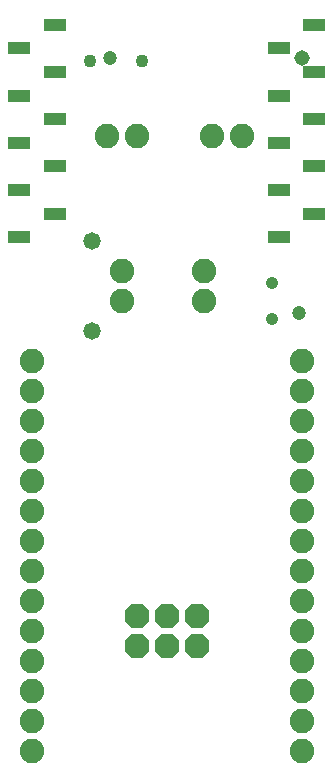
<source format=gbr>
G04 EAGLE Gerber RS-274X export*
G75*
%MOMM*%
%FSLAX34Y34*%
%LPD*%
%INSoldermask Bottom*%
%IPPOS*%
%AMOC8*
5,1,8,0,0,1.08239X$1,22.5*%
G01*
%ADD10P,2.254402X8X22.500000*%
%ADD11C,2.082800*%
%ADD12C,1.103200*%
%ADD13R,1.903200X1.053200*%
%ADD14C,1.053200*%
%ADD15C,1.473200*%
%ADD16C,1.203200*%
%ADD17C,1.311200*%


D10*
X101600Y101600D03*
X101600Y127000D03*
X127000Y101600D03*
X127000Y127000D03*
X152400Y101600D03*
X152400Y127000D03*
D11*
X12700Y342900D03*
X12700Y317500D03*
X12700Y292100D03*
X12700Y266700D03*
X12700Y241300D03*
X12700Y215900D03*
X12700Y190500D03*
X12700Y165100D03*
X12700Y139700D03*
X12700Y114300D03*
X12700Y88900D03*
X12700Y63500D03*
X12700Y38100D03*
X12700Y12700D03*
D12*
X105820Y596900D03*
X61820Y596900D03*
D13*
X32000Y627700D03*
X2000Y607700D03*
X32000Y587700D03*
X2000Y567700D03*
X32000Y547700D03*
X2000Y527700D03*
X32000Y507700D03*
X2000Y487700D03*
X32000Y467700D03*
X2000Y447700D03*
X252000Y627700D03*
X222000Y607700D03*
X252000Y587700D03*
X222000Y567700D03*
X252000Y547700D03*
X222000Y527700D03*
X252000Y507700D03*
X222000Y487700D03*
X252000Y467700D03*
X222000Y447700D03*
D11*
X241300Y342900D03*
X241300Y317500D03*
X241300Y292100D03*
X241300Y266700D03*
X241300Y241300D03*
X241300Y215900D03*
X241300Y190500D03*
X241300Y165100D03*
X241300Y139700D03*
X241300Y114300D03*
X241300Y88900D03*
X241300Y63500D03*
X241300Y38100D03*
X241300Y12700D03*
D14*
X215900Y408700D03*
X215900Y378700D03*
D11*
X165100Y533400D03*
X190500Y533400D03*
D15*
X63500Y368300D03*
X63500Y444500D03*
D11*
X76200Y533400D03*
X101600Y533400D03*
X158750Y393700D03*
X158750Y419100D03*
X88900Y419100D03*
X88900Y393700D03*
D16*
X238760Y383540D03*
X78740Y599440D03*
D17*
X241300Y599440D03*
M02*

</source>
